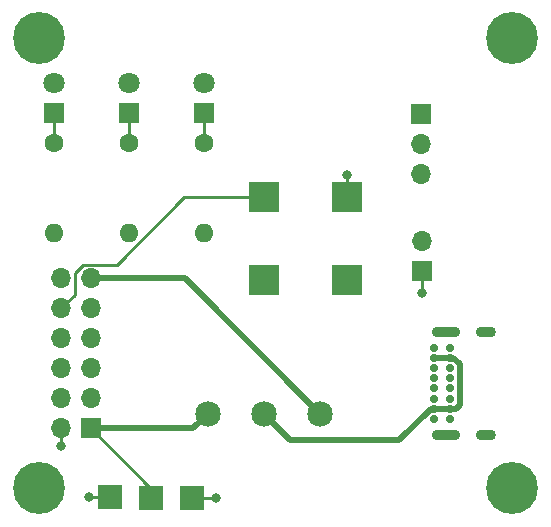
<source format=gtl>
G04 #@! TF.GenerationSoftware,KiCad,Pcbnew,(6.0.7-1)-1*
G04 #@! TF.CreationDate,2023-01-09T18:43:15-05:00*
G04 #@! TF.ProjectId,DebugBoard,44656275-6742-46f6-9172-642e6b696361,rev?*
G04 #@! TF.SameCoordinates,Original*
G04 #@! TF.FileFunction,Copper,L1,Top*
G04 #@! TF.FilePolarity,Positive*
%FSLAX46Y46*%
G04 Gerber Fmt 4.6, Leading zero omitted, Abs format (unit mm)*
G04 Created by KiCad (PCBNEW (6.0.7-1)-1) date 2023-01-09 18:43:15*
%MOMM*%
%LPD*%
G01*
G04 APERTURE LIST*
G04 #@! TA.AperFunction,SMDPad,CuDef*
%ADD10R,2.000000X2.000000*%
G04 #@! TD*
G04 #@! TA.AperFunction,ComponentPad*
%ADD11C,2.159000*%
G04 #@! TD*
G04 #@! TA.AperFunction,ComponentPad*
%ADD12O,1.700000X1.700000*%
G04 #@! TD*
G04 #@! TA.AperFunction,ComponentPad*
%ADD13R,1.700000X1.700000*%
G04 #@! TD*
G04 #@! TA.AperFunction,ComponentPad*
%ADD14C,4.400000*%
G04 #@! TD*
G04 #@! TA.AperFunction,ComponentPad*
%ADD15C,1.600000*%
G04 #@! TD*
G04 #@! TA.AperFunction,ComponentPad*
%ADD16O,1.600000X1.600000*%
G04 #@! TD*
G04 #@! TA.AperFunction,ComponentPad*
%ADD17R,1.800000X1.800000*%
G04 #@! TD*
G04 #@! TA.AperFunction,ComponentPad*
%ADD18C,1.800000*%
G04 #@! TD*
G04 #@! TA.AperFunction,ComponentPad*
%ADD19C,0.700000*%
G04 #@! TD*
G04 #@! TA.AperFunction,ComponentPad*
%ADD20O,1.700000X0.900000*%
G04 #@! TD*
G04 #@! TA.AperFunction,ComponentPad*
%ADD21O,2.400000X0.900000*%
G04 #@! TD*
G04 #@! TA.AperFunction,SMDPad,CuDef*
%ADD22R,2.500000X2.500000*%
G04 #@! TD*
G04 #@! TA.AperFunction,ViaPad*
%ADD23C,0.800000*%
G04 #@! TD*
G04 #@! TA.AperFunction,Conductor*
%ADD24C,0.254000*%
G04 #@! TD*
G04 #@! TA.AperFunction,Conductor*
%ADD25C,0.508000*%
G04 #@! TD*
G04 APERTURE END LIST*
D10*
X113309400Y-115087400D03*
X109804200Y-115087400D03*
X106299000Y-115062000D03*
D11*
X124130001Y-107982250D03*
X119380000Y-107982250D03*
X114630000Y-107982250D03*
D12*
X132683400Y-87670400D03*
X132683400Y-85130400D03*
D13*
X132683400Y-82590400D03*
D14*
X100330000Y-76200000D03*
D13*
X132760000Y-95915000D03*
D12*
X132760000Y-93375000D03*
D15*
X107950000Y-85090000D03*
D16*
X107950000Y-92710000D03*
D17*
X101600000Y-82550000D03*
D18*
X101600000Y-80010000D03*
D13*
X104710000Y-109220000D03*
D12*
X102170000Y-109220000D03*
X104710000Y-106680000D03*
X102170000Y-106680000D03*
X104710000Y-104140000D03*
X102170000Y-104140000D03*
X104710000Y-101600000D03*
X102170000Y-101600000D03*
X104710000Y-99060000D03*
X102170000Y-99060000D03*
X104710000Y-96520000D03*
X102170000Y-96520000D03*
D19*
X133770000Y-108385000D03*
X133770000Y-107535000D03*
X133770000Y-106685000D03*
X133770000Y-105835000D03*
X133770000Y-104985000D03*
X133770000Y-104135000D03*
X133770000Y-103285000D03*
X133770000Y-102435000D03*
X135120000Y-102435000D03*
X135120000Y-103285000D03*
X135120000Y-104135000D03*
X135120000Y-104985000D03*
X135120000Y-105835000D03*
X135120000Y-106685000D03*
X135120000Y-107535000D03*
X135120000Y-108385000D03*
D20*
X138130000Y-109735000D03*
D21*
X134750000Y-101085000D03*
X134750000Y-109735000D03*
D20*
X138130000Y-101085000D03*
D22*
X119359800Y-89616400D03*
X126359800Y-89616400D03*
X126359800Y-96616400D03*
X119359800Y-96616400D03*
D14*
X100330000Y-114300000D03*
X140335000Y-76200000D03*
X140335000Y-114300000D03*
D15*
X114300000Y-85090000D03*
D16*
X114300000Y-92710000D03*
D15*
X101600000Y-85090000D03*
D16*
X101600000Y-92710000D03*
D17*
X107950000Y-82550000D03*
D18*
X107950000Y-80010000D03*
D17*
X114300000Y-82550000D03*
D18*
X114300000Y-80010000D03*
D23*
X115290600Y-115087400D03*
X132765800Y-97713800D03*
X102158800Y-110693200D03*
X104571800Y-115062000D03*
X126365000Y-87757000D03*
X114630000Y-107982250D03*
D24*
X113309400Y-115087400D02*
X115290600Y-115087400D01*
D25*
X119380000Y-107982250D02*
X121582950Y-110185200D01*
X121582950Y-110185200D02*
X130832772Y-110185200D01*
X130832772Y-110185200D02*
X133482972Y-107535000D01*
X133482972Y-107535000D02*
X133770000Y-107535000D01*
D24*
X132760000Y-97708000D02*
X132765800Y-97713800D01*
X132760000Y-95915000D02*
X132760000Y-97708000D01*
X102170000Y-110682000D02*
X102158800Y-110693200D01*
X102170000Y-109220000D02*
X102170000Y-110682000D01*
X106299000Y-115062000D02*
X104571800Y-115062000D01*
X126359800Y-87762200D02*
X126365000Y-87757000D01*
X126359800Y-89616400D02*
X126359800Y-87762200D01*
X112637420Y-89616400D02*
X106910819Y-95343000D01*
X103347000Y-97883000D02*
X102170000Y-99060000D01*
X104047000Y-95343000D02*
X103347000Y-96043000D01*
X119359800Y-89616400D02*
X112637420Y-89616400D01*
X103347000Y-96043000D02*
X103347000Y-97883000D01*
X106910819Y-95343000D02*
X104047000Y-95343000D01*
X109804200Y-115062000D02*
X109804200Y-114314200D01*
X109804200Y-114314200D02*
X104710000Y-109220000D01*
X101600000Y-82550000D02*
X101600000Y-85090000D01*
X107950000Y-82550000D02*
X107950000Y-85090000D01*
X114300000Y-82550000D02*
X114300000Y-85090000D01*
D25*
X114630000Y-107982250D02*
X113392250Y-109220000D01*
X113392250Y-109220000D02*
X104710000Y-109220000D01*
X112667751Y-96520000D02*
X104710000Y-96520000D01*
X124130001Y-107982250D02*
X112667751Y-96520000D01*
X135120000Y-107535000D02*
X135614974Y-107535000D01*
X135924000Y-103801972D02*
X135407028Y-103285000D01*
X135407028Y-103285000D02*
X135120000Y-103285000D01*
X135924000Y-107225974D02*
X135924000Y-103801972D01*
X133770000Y-107535000D02*
X135120000Y-107535000D01*
X135120000Y-103285000D02*
X133770000Y-103285000D01*
X135614974Y-107535000D02*
X135924000Y-107225974D01*
M02*

</source>
